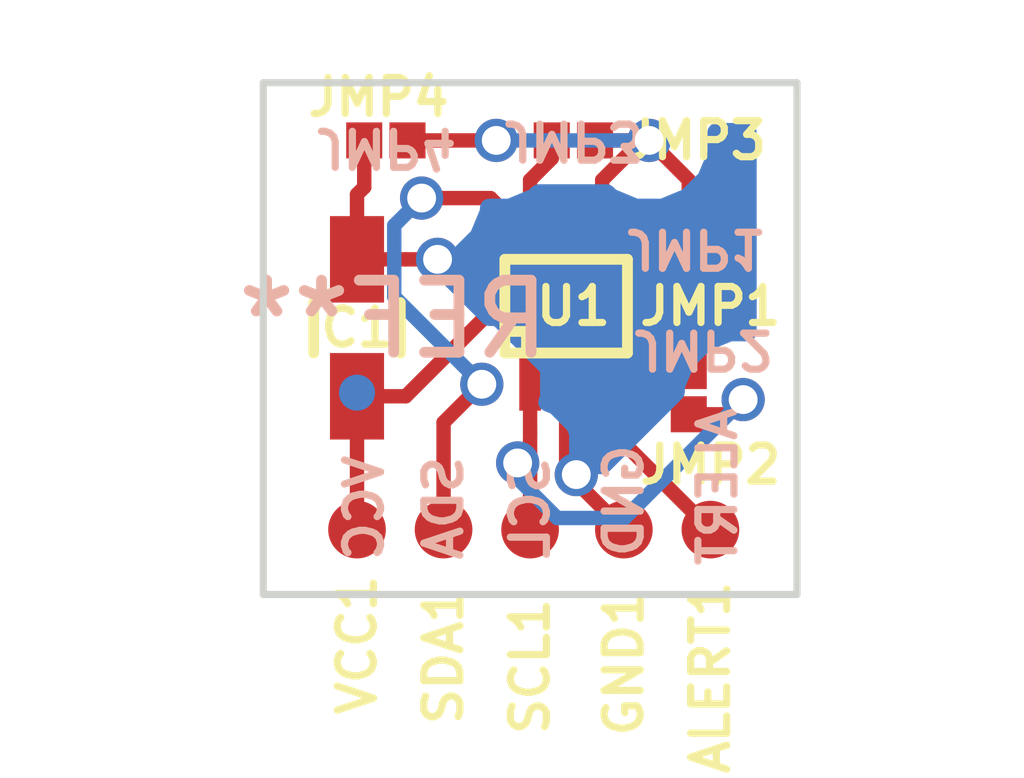
<source format=kicad_pcb>
(kicad_pcb (version 4) (host pcbnew 0.201507042246+5884~23~ubuntu14.04.1-product)

  (general
    (links 15)
    (no_connects 0)
    (area 141.586905 101.575 155.513096 112.821428)
    (thickness 1.6)
    (drawings 13)
    (tracks 67)
    (zones 0)
    (modules 12)
    (nets 7)
  )

  (page A4)
  (layers
    (0 F.Cu signal)
    (31 B.Cu signal)
    (32 B.Adhes user)
    (33 F.Adhes user)
    (34 B.Paste user)
    (35 F.Paste user)
    (36 B.SilkS user)
    (37 F.SilkS user)
    (38 B.Mask user)
    (39 F.Mask user)
    (40 Dwgs.User user)
    (41 Cmts.User user)
    (42 Eco1.User user)
    (43 Eco2.User user)
    (44 Edge.Cuts user)
    (45 Margin user)
    (46 B.CrtYd user)
    (47 F.CrtYd user)
    (48 B.Fab user)
    (49 F.Fab user)
  )

  (setup
    (last_trace_width 0.2)
    (trace_clearance 0.2)
    (zone_clearance 0.508)
    (zone_45_only no)
    (trace_min 0.2)
    (segment_width 0.2)
    (edge_width 0.1)
    (via_size 0.6)
    (via_drill 0.4)
    (via_min_size 0.4)
    (via_min_drill 0.3)
    (uvia_size 0.3)
    (uvia_drill 0.1)
    (uvias_allowed no)
    (uvia_min_size 0.2)
    (uvia_min_drill 0.1)
    (pcb_text_width 0.3)
    (pcb_text_size 1.5 1.5)
    (mod_edge_width 0.15)
    (mod_text_size 1 1)
    (mod_text_width 0.15)
    (pad_size 1.5 1.5)
    (pad_drill 0.6)
    (pad_to_mask_clearance 0)
    (aux_axis_origin 0 0)
    (visible_elements FFFEFF7F)
    (pcbplotparams
      (layerselection 0x010f0_80000001)
      (usegerberextensions true)
      (excludeedgelayer true)
      (linewidth 0.100000)
      (plotframeref false)
      (viasonmask false)
      (mode 1)
      (useauxorigin false)
      (hpglpennumber 1)
      (hpglpenspeed 20)
      (hpglpendiameter 15)
      (hpglpenoverlay 2)
      (psnegative false)
      (psa4output false)
      (plotreference true)
      (plotvalue true)
      (plotinvisibletext false)
      (padsonsilk false)
      (subtractmaskfromsilk false)
      (outputformat 1)
      (mirror false)
      (drillshape 0)
      (scaleselection 1)
      (outputdirectory plot/))
  )

  (net 0 "")
  (net 1 /VCC)
  (net 2 /ADD0)
  (net 3 GND)
  (net 4 /SCL)
  (net 5 /SDA)
  (net 6 /ALERT)

  (net_class Default "This is the default net class."
    (clearance 0.2)
    (trace_width 0.2)
    (via_dia 0.6)
    (via_drill 0.4)
    (uvia_dia 0.3)
    (uvia_drill 0.1)
    (add_net /ADD0)
    (add_net /ALERT)
    (add_net /SCL)
    (add_net /SDA)
    (add_net /VCC)
    (add_net GND)
  )

  (module kicad-footprints:SOT563 (layer F.Cu) (tedit 559CFDEF) (tstamp 559CEBD7)
    (at 149 106.1)
    (path /559D49BD)
    (fp_text reference U1 (at 0.1 0) (layer F.SilkS)
      (effects (font (size 0.5 0.5) (thickness 0.1)))
    )
    (fp_text value TMP102 (at 0 -2.54) (layer F.Fab)
      (effects (font (size 1 1) (thickness 0.15)))
    )
    (fp_line (start -0.85 0.35) (end -0.55 0.35) (layer F.SilkS) (width 0.15))
    (fp_line (start -0.55 0.35) (end -0.55 0.65) (layer F.SilkS) (width 0.15))
    (fp_line (start -0.85 -0.65) (end 0.85 -0.65) (layer F.SilkS) (width 0.15))
    (fp_line (start 0.85 -0.65) (end 0.85 0.65) (layer F.SilkS) (width 0.15))
    (fp_line (start 0.85 0.65) (end -0.8 0.65) (layer F.SilkS) (width 0.15))
    (fp_line (start -0.8 0.65) (end -0.85 0.65) (layer F.SilkS) (width 0.15))
    (fp_line (start -0.85 0.65) (end -0.85 -0.65) (layer F.SilkS) (width 0.15))
    (pad 1 smd rect (at -0.5 0.95) (size 0.3 1) (layers F.Cu F.Paste F.Mask)
      (net 4 /SCL))
    (pad 2 smd rect (at 0 0.95) (size 0.3 1) (layers F.Cu F.Paste F.Mask)
      (net 3 GND))
    (pad 3 smd rect (at 0.5 0.95) (size 0.3 1) (layers F.Cu F.Paste F.Mask)
      (net 6 /ALERT))
    (pad 4 smd rect (at 0.5 -0.95) (size 0.3 1) (layers F.Cu F.Paste F.Mask)
      (net 2 /ADD0))
    (pad 5 smd rect (at 0 -0.95) (size 0.3 1) (layers F.Cu F.Paste F.Mask)
      (net 1 /VCC))
    (pad 6 smd rect (at -0.5 -0.95) (size 0.3 1) (layers F.Cu F.Paste F.Mask)
      (net 5 /SDA))
  )

  (module Capacitors_SMD:C_0603_HandSoldering (layer F.Cu) (tedit 559D0AF6) (tstamp 559CFB05)
    (at 146.1 106.4 90)
    (descr "Capacitor SMD 0603, hand soldering")
    (tags "capacitor 0603")
    (path /559D5D68)
    (attr smd)
    (fp_text reference C1 (at 0 0 180) (layer F.SilkS)
      (effects (font (size 0.5 0.5) (thickness 0.1)))
    )
    (fp_text value C (at 0 1.9 90) (layer F.Fab)
      (effects (font (size 1 1) (thickness 0.15)))
    )
    (fp_line (start -1.85 -0.75) (end 1.85 -0.75) (layer F.CrtYd) (width 0.05))
    (fp_line (start -1.85 0.75) (end 1.85 0.75) (layer F.CrtYd) (width 0.05))
    (fp_line (start -1.85 -0.75) (end -1.85 0.75) (layer F.CrtYd) (width 0.05))
    (fp_line (start 1.85 -0.75) (end 1.85 0.75) (layer F.CrtYd) (width 0.05))
    (fp_line (start -0.35 -0.6) (end 0.35 -0.6) (layer F.SilkS) (width 0.15))
    (fp_line (start 0.35 0.6) (end -0.35 0.6) (layer F.SilkS) (width 0.15))
    (pad 1 smd rect (at -0.95 0 90) (size 1.2 0.75) (layers F.Cu F.Paste F.Mask)
      (net 1 /VCC))
    (pad 2 smd rect (at 0.95 0 90) (size 1.2 0.75) (layers F.Cu F.Paste F.Mask)
      (net 3 GND))
    (model Capacitors_SMD.3dshapes/C_0603_HandSoldering.wrl
      (at (xyz 0 0 0))
      (scale (xyz 1 1 1))
      (rotate (xyz 0 0 0))
    )
  )

  (module kicad-footprints:SOLDER_JUMPER (layer F.Cu) (tedit 559D0B49) (tstamp 559CFC73)
    (at 150.7 105.2 90)
    (path /559D4A6F)
    (fp_text reference JMP1 (at -0.9 0.3 180) (layer F.SilkS)
      (effects (font (size 0.5 0.5) (thickness 0.1)))
    )
    (fp_text value R (at 0.2 -1.1 90) (layer F.Fab)
      (effects (font (size 1 1) (thickness 0.15)))
    )
    (pad 1 smd rect (at -0.3 0 90) (size 0.5 0.5) (layers F.Cu F.Paste F.Mask)
      (net 1 /VCC) (clearance 0.05))
    (pad 2 smd rect (at 0.3 0 90) (size 0.5 0.5) (layers F.Cu F.Paste F.Mask)
      (net 2 /ADD0) (clearance 0.05))
  )

  (module kicad-footprints:SOLDER_JUMPER (layer F.Cu) (tedit 559D0B4E) (tstamp 559CFC79)
    (at 150.7 107.3 90)
    (path /559D4CF5)
    (fp_text reference JMP2 (at -1 0.3 180) (layer F.SilkS)
      (effects (font (size 0.5 0.5) (thickness 0.1)))
    )
    (fp_text value R (at 0.2 -1.1 90) (layer F.Fab)
      (effects (font (size 1 1) (thickness 0.15)))
    )
    (pad 1 smd rect (at -0.3 0 90) (size 0.5 0.5) (layers F.Cu F.Paste F.Mask)
      (net 4 /SCL) (clearance 0.05))
    (pad 2 smd rect (at 0.3 0 90) (size 0.5 0.5) (layers F.Cu F.Paste F.Mask)
      (net 2 /ADD0) (clearance 0.05))
  )

  (module kicad-footprints:SOLDER_JUMPER (layer F.Cu) (tedit 559CFD0F) (tstamp 559CFC7F)
    (at 149.1 103.8)
    (path /559D4D1D)
    (fp_text reference JMP3 (at 1.7 0) (layer F.SilkS)
      (effects (font (size 0.5 0.5) (thickness 0.1)))
    )
    (fp_text value R (at 0.2 -1.1) (layer F.Fab)
      (effects (font (size 1 1) (thickness 0.15)))
    )
    (pad 1 smd rect (at -0.3 0) (size 0.5 0.5) (layers F.Cu F.Paste F.Mask)
      (net 5 /SDA) (clearance 0.05))
    (pad 2 smd rect (at 0.3 0) (size 0.5 0.5) (layers F.Cu F.Paste F.Mask)
      (net 2 /ADD0) (clearance 0.05))
  )

  (module kicad-footprints:SOLDER_JUMPER (layer F.Cu) (tedit 559D0B3E) (tstamp 559CFC85)
    (at 146.5 103.8 180)
    (path /559D4AFC)
    (fp_text reference JMP4 (at 0.1 0.6 180) (layer F.SilkS)
      (effects (font (size 0.5 0.5) (thickness 0.1)))
    )
    (fp_text value R (at 0.2 -1.1 180) (layer F.Fab)
      (effects (font (size 1 1) (thickness 0.15)))
    )
    (pad 1 smd rect (at -0.3 0 180) (size 0.5 0.5) (layers F.Cu F.Paste F.Mask)
      (net 2 /ADD0) (clearance 0.05))
    (pad 2 smd rect (at 0.3 0 180) (size 0.5 0.5) (layers F.Cu F.Paste F.Mask)
      (net 3 GND) (clearance 0.05))
  )

  (module kicad-footprints:SMD_TP0.8mm (layer F.Cu) (tedit 559D0537) (tstamp 559D0589)
    (at 151 109.2)
    (path /559D5053)
    (fp_text reference ALERT1 (at 0 2.05 90) (layer F.SilkS)
      (effects (font (size 0.5 0.5) (thickness 0.1)))
    )
    (fp_text value TEST_POINT (at 0 -1.5) (layer F.Fab)
      (effects (font (size 1 1) (thickness 0.15)))
    )
    (pad 1 smd circle (at 0 0) (size 0.8 0.8) (layers F.Cu F.Paste F.Mask)
      (net 6 /ALERT))
  )

  (module kicad-footprints:SMD_TP0.8mm (layer F.Cu) (tedit 559D0540) (tstamp 559D058D)
    (at 149.8 109.2)
    (path /559D50FE)
    (fp_text reference GND1 (at 0 1.85 90) (layer F.SilkS)
      (effects (font (size 0.5 0.5) (thickness 0.1)))
    )
    (fp_text value TEST_POINT (at 0 -1.5) (layer F.Fab)
      (effects (font (size 1 1) (thickness 0.15)))
    )
    (pad 1 smd circle (at 0 0) (size 0.8 0.8) (layers F.Cu F.Paste F.Mask)
      (net 3 GND))
  )

  (module kicad-footprints:SMD_TP0.8mm (layer F.Cu) (tedit 559D053C) (tstamp 559D0591)
    (at 148.5 109.2)
    (path /559D4EBD)
    (fp_text reference SCL1 (at 0 1.9 90) (layer F.SilkS)
      (effects (font (size 0.5 0.5) (thickness 0.1)))
    )
    (fp_text value TEST_POINT (at 0 -1.5) (layer F.Fab)
      (effects (font (size 1 1) (thickness 0.15)))
    )
    (pad 1 smd circle (at 0 0) (size 0.8 0.8) (layers F.Cu F.Paste F.Mask)
      (net 4 /SCL))
  )

  (module kicad-footprints:SMD_TP0.8mm (layer F.Cu) (tedit 559D0543) (tstamp 559D0595)
    (at 147.3 109.2)
    (path /559D4E0A)
    (fp_text reference SDA1 (at 0 1.75 90) (layer F.SilkS)
      (effects (font (size 0.5 0.5) (thickness 0.1)))
    )
    (fp_text value TEST_POINT (at 0 -1.5) (layer F.Fab)
      (effects (font (size 1 1) (thickness 0.15)))
    )
    (pad 1 smd circle (at 0 0) (size 0.8 0.8) (layers F.Cu F.Paste F.Mask)
      (net 5 /SDA))
  )

  (module kicad-footprints:SMD_TP0.8mm (layer F.Cu) (tedit 559D04EB) (tstamp 559D0599)
    (at 146.1 109.2)
    (path /559D5094)
    (fp_text reference VCC1 (at 0 1.6 90) (layer F.SilkS)
      (effects (font (size 0.5 0.5) (thickness 0.1)))
    )
    (fp_text value TEST_POINT (at 0 -1.5) (layer F.Fab)
      (effects (font (size 1 1) (thickness 0.15)))
    )
    (pad 1 smd circle (at 0 0) (size 0.8 0.8) (layers F.Cu F.Paste F.Mask)
      (net 1 /VCC))
  )

  (module kicad-footprints:SMD_TP0.5mm (layer B.Cu) (tedit 559CE4F1) (tstamp 559D0F6D)
    (at 146.1 107.3)
    (fp_text reference REF** (at 0.508 -1.016) (layer B.SilkS)
      (effects (font (size 1 1) (thickness 0.15)) (justify mirror))
    )
    (fp_text value SMD_TP0.5mm (at 0.508 1.016) (layer B.Fab)
      (effects (font (size 1 1) (thickness 0.15)) (justify mirror))
    )
    (pad 1 smd circle (at 0 0) (size 0.5 0.5) (layers B.Cu B.Paste B.Mask))
  )

  (gr_text JMP2 (at 150.9 106.7 180) (layer B.SilkS)
    (effects (font (size 0.5 0.5) (thickness 0.1)) (justify mirror))
  )
  (gr_text JMP1 (at 150.8 105.3 180) (layer B.SilkS)
    (effects (font (size 0.5 0.5) (thickness 0.1)) (justify mirror))
  )
  (gr_text JMP3 (at 149.1 103.8 180) (layer B.SilkS)
    (effects (font (size 0.5 0.5) (thickness 0.1)) (justify mirror))
  )
  (gr_text JMP4 (at 146.5 103.9 180) (layer B.SilkS)
    (effects (font (size 0.5 0.5) (thickness 0.1)) (justify mirror))
  )
  (gr_text ALERT (at 151.1 108.6 90) (layer B.SilkS)
    (effects (font (size 0.5 0.5) (thickness 0.1)) (justify mirror))
  )
  (gr_text GND (at 149.8 108.8 90) (layer B.SilkS)
    (effects (font (size 0.5 0.5) (thickness 0.1)) (justify mirror))
  )
  (gr_text SCL (at 148.5 108.9 90) (layer B.SilkS)
    (effects (font (size 0.5 0.5) (thickness 0.1)) (justify mirror))
  )
  (gr_text SDA (at 147.3 108.9 90) (layer B.SilkS)
    (effects (font (size 0.5 0.5) (thickness 0.1)) (justify mirror))
  )
  (gr_text VCC (at 146.2 108.9 90) (layer B.SilkS)
    (effects (font (size 0.5 0.5) (thickness 0.1)) (justify mirror))
  )
  (gr_line (start 144.8 110.1) (end 144.8 103) (angle 90) (layer Edge.Cuts) (width 0.1))
  (gr_line (start 152.2 110.1) (end 144.8 110.1) (angle 90) (layer Edge.Cuts) (width 0.1))
  (gr_line (start 152.2 103) (end 152.2 110.1) (angle 90) (layer Edge.Cuts) (width 0.1))
  (gr_line (start 144.8 103) (end 152.2 103) (angle 90) (layer Edge.Cuts) (width 0.1))

  (segment (start 149 105.15) (end 149 105.9503) (width 0.2) (layer F.Cu) (net 1))
  (segment (start 146.1 109.2) (end 146.1 107.35) (width 0.2) (layer F.Cu) (net 1))
  (segment (start 148.175 105.9503) (end 149 105.9503) (width 0.2) (layer F.Cu) (net 1))
  (segment (start 146.7753 107.35) (end 148.175 105.9503) (width 0.2) (layer F.Cu) (net 1))
  (segment (start 146.1 107.35) (end 146.7753 107.35) (width 0.2) (layer F.Cu) (net 1))
  (segment (start 149.8121 105.9503) (end 149 105.9503) (width 0.2) (layer F.Cu) (net 1))
  (segment (start 150.1497 105.6127) (end 149.8121 105.9503) (width 0.2) (layer F.Cu) (net 1))
  (segment (start 150.1497 105.5) (end 150.1497 105.6127) (width 0.2) (layer F.Cu) (net 1))
  (segment (start 150.7 105.5) (end 150.1497 105.5) (width 0.2) (layer F.Cu) (net 1))
  (via (at 148.0306 103.8) (size 0.6) (layers F.Cu B.Cu) (net 2))
  (via (at 150.1506 103.8) (size 0.6) (layers F.Cu B.Cu) (net 2))
  (segment (start 146.8 103.8) (end 147.3503 103.8) (width 0.2) (layer F.Cu) (net 2))
  (segment (start 148.0306 103.8) (end 150.1506 103.8) (width 0.2) (layer B.Cu) (net 2))
  (segment (start 147.3503 103.8) (end 148.0306 103.8) (width 0.2) (layer F.Cu) (net 2))
  (segment (start 149.4 103.8) (end 149.9503 103.8) (width 0.2) (layer F.Cu) (net 2))
  (segment (start 151.2503 105.8994) (end 150.7 106.4497) (width 0.2) (layer F.Cu) (net 2))
  (segment (start 151.2503 104.9) (end 151.2503 105.8994) (width 0.2) (layer F.Cu) (net 2))
  (segment (start 150.7 104.9) (end 151.2503 104.9) (width 0.2) (layer F.Cu) (net 2))
  (segment (start 150.7 107) (end 150.7 106.4497) (width 0.2) (layer F.Cu) (net 2))
  (segment (start 150.7 104.9) (end 150.7 104.3497) (width 0.2) (layer F.Cu) (net 2))
  (segment (start 149.5 105.15) (end 149.5 104.3497) (width 0.2) (layer F.Cu) (net 2))
  (segment (start 149.9503 103.8994) (end 149.5 104.3497) (width 0.2) (layer F.Cu) (net 2))
  (segment (start 149.9503 103.8) (end 149.9503 103.8994) (width 0.2) (layer F.Cu) (net 2))
  (segment (start 149.9503 103.8) (end 150.1506 103.8) (width 0.2) (layer F.Cu) (net 2))
  (segment (start 150.1506 103.8003) (end 150.7 104.3497) (width 0.2) (layer F.Cu) (net 2))
  (segment (start 150.1506 103.8) (end 150.1506 103.8003) (width 0.2) (layer F.Cu) (net 2))
  (via (at 147.2167 105.45) (size 0.6) (layers F.Cu B.Cu) (net 3))
  (via (at 149.1405 108.4369) (size 0.6) (layers F.Cu B.Cu) (net 3))
  (segment (start 146.2 104.4497) (end 146.1 104.5497) (width 0.2) (layer F.Cu) (net 3))
  (segment (start 146.2 103.8) (end 146.2 104.4497) (width 0.2) (layer F.Cu) (net 3))
  (segment (start 146.1 104.9998) (end 146.1 104.5497) (width 0.2) (layer F.Cu) (net 3))
  (segment (start 149 108.2964) (end 149 107.05) (width 0.2) (layer F.Cu) (net 3))
  (segment (start 149.1405 108.4369) (end 149 108.2964) (width 0.2) (layer F.Cu) (net 3))
  (segment (start 149.1405 108.5405) (end 149.1405 108.4369) (width 0.2) (layer F.Cu) (net 3))
  (segment (start 149.8 109.2) (end 149.1405 108.5405) (width 0.2) (layer F.Cu) (net 3))
  (segment (start 146.1 104.9998) (end 146.1 105.45) (width 0.2) (layer F.Cu) (net 3))
  (segment (start 146.1 105.45) (end 146.7753 105.45) (width 0.2) (layer F.Cu) (net 3))
  (segment (start 149.1405 107.3738) (end 147.2167 105.45) (width 0.2) (layer B.Cu) (net 3))
  (segment (start 149.1405 108.4369) (end 149.1405 107.3738) (width 0.2) (layer B.Cu) (net 3))
  (segment (start 146.7753 105.45) (end 147.2167 105.45) (width 0.2) (layer F.Cu) (net 3))
  (via (at 148.3275 108.2751) (size 0.6) (layers F.Cu B.Cu) (net 4))
  (via (at 151.4542 107.3961) (size 0.6) (layers F.Cu B.Cu) (net 4))
  (segment (start 148.5 107.05) (end 148.5 107.8503) (width 0.2) (layer F.Cu) (net 4))
  (segment (start 148.5 107.8503) (end 148.5 108.2751) (width 0.2) (layer F.Cu) (net 4))
  (segment (start 148.5 108.2751) (end 148.5 109.2) (width 0.2) (layer F.Cu) (net 4))
  (segment (start 150.7 107.6) (end 151.2503 107.6) (width 0.2) (layer F.Cu) (net 4))
  (segment (start 151.4542 107.3961) (end 151.2503 107.6) (width 0.2) (layer F.Cu) (net 4))
  (segment (start 148.3275 108.4907) (end 148.3275 108.2751) (width 0.2) (layer B.Cu) (net 4))
  (segment (start 148.8761 109.0393) (end 148.3275 108.4907) (width 0.2) (layer B.Cu) (net 4))
  (segment (start 149.811 109.0393) (end 148.8761 109.0393) (width 0.2) (layer B.Cu) (net 4))
  (segment (start 151.4542 107.3961) (end 149.811 109.0393) (width 0.2) (layer B.Cu) (net 4))
  (segment (start 148.5 108.2751) (end 148.3275 108.2751) (width 0.2) (layer F.Cu) (net 4))
  (via (at 147.8303 107.1832) (size 0.6) (layers F.Cu B.Cu) (net 5))
  (via (at 146.996 104.6) (size 0.6) (layers F.Cu B.Cu) (net 5))
  (segment (start 148.8 104.0497) (end 148.5 104.3497) (width 0.2) (layer F.Cu) (net 5))
  (segment (start 148.8 103.8) (end 148.8 104.0497) (width 0.2) (layer F.Cu) (net 5))
  (segment (start 148.5 105.15) (end 148.5 104.3497) (width 0.2) (layer F.Cu) (net 5))
  (segment (start 147.3 107.7135) (end 147.8303 107.1832) (width 0.2) (layer F.Cu) (net 5))
  (segment (start 147.3 109.2) (end 147.3 107.7135) (width 0.2) (layer F.Cu) (net 5))
  (segment (start 146.6163 104.9797) (end 146.996 104.6) (width 0.2) (layer B.Cu) (net 5))
  (segment (start 146.6163 105.9692) (end 146.6163 104.9797) (width 0.2) (layer B.Cu) (net 5))
  (segment (start 147.8303 107.1832) (end 146.6163 105.9692) (width 0.2) (layer B.Cu) (net 5))
  (segment (start 147.95 104.6) (end 148.5 105.15) (width 0.2) (layer F.Cu) (net 5))
  (segment (start 146.996 104.6) (end 147.95 104.6) (width 0.2) (layer F.Cu) (net 5))
  (segment (start 149.6503 107.8503) (end 149.5 107.8503) (width 0.2) (layer F.Cu) (net 6))
  (segment (start 151 109.2) (end 149.6503 107.8503) (width 0.2) (layer F.Cu) (net 6))
  (segment (start 149.5 107.05) (end 149.5 107.8503) (width 0.2) (layer F.Cu) (net 6))

  (zone (net 1) (net_name /VCC) (layer F.Cu) (tstamp 559D0707) (hatch edge 0.508)
    (connect_pads (clearance 0.508))
    (min_thickness 0.254)
    (fill yes (arc_segments 16) (thermal_gap 0.508) (thermal_bridge_width 0.508))
    (polygon
      (pts
        (xy 151.9 109.9) (xy 145.1 109.9) (xy 145.1 103.3) (xy 151.9 103.3)
      )
    )
    (filled_polygon
      (pts
        (xy 146.265037 109.157147) (xy 146.264962 109.242928) (xy 146.114143 109.393748) (xy 146.1 109.379605) (xy 146.085858 109.393748)
        (xy 145.906253 109.214143) (xy 145.920395 109.2) (xy 145.906253 109.185858) (xy 146.085858 109.006253) (xy 146.1 109.020395)
        (xy 146.114143 109.006253) (xy 146.265037 109.157147)
      )
    )
    (filled_polygon
      (pts
        (xy 146.227 107.223) (xy 146.247 107.223) (xy 146.247 107.477) (xy 146.227 107.477) (xy 146.227 107.497)
        (xy 145.973 107.497) (xy 145.973 107.477) (xy 145.953 107.477) (xy 145.953 107.223) (xy 145.973 107.223)
        (xy 145.973 107.203) (xy 146.227 107.203) (xy 146.227 107.223)
      )
    )
  )
  (zone (net 3) (net_name GND) (layer B.Cu) (tstamp 559D0707) (hatch edge 0.508)
    (connect_pads (clearance 0.508))
    (min_thickness 0.254)
    (fill yes (arc_segments 16) (thermal_gap 0.508) (thermal_bridge_width 0.508))
    (polygon
      (pts
        (xy 151.9 109.9) (xy 145.1 109.9) (xy 145.1 103.3) (xy 151.9 103.3)
      )
    )
    (filled_polygon
      (pts
        (xy 151.515 106.461152) (xy 151.269033 106.460938) (xy 150.925257 106.602983) (xy 150.662008 106.865773) (xy 150.519362 107.209301)
        (xy 150.51929 107.291563) (xy 149.506554 108.3043) (xy 149.262475 108.3043) (xy 149.262662 108.089933) (xy 149.120617 107.746157)
        (xy 148.857827 107.482908) (xy 148.73878 107.433475) (xy 148.765138 107.369999) (xy 148.765462 106.998033) (xy 148.623417 106.654257)
        (xy 148.360627 106.391008) (xy 148.017099 106.248362) (xy 147.934837 106.24829) (xy 147.3513 105.664754) (xy 147.3513 105.464865)
        (xy 147.524943 105.393117) (xy 147.788192 105.130327) (xy 147.930838 104.786799) (xy 147.930883 104.734914) (xy 148.215767 104.735162)
        (xy 148.559543 104.593117) (xy 148.617762 104.535) (xy 149.563181 104.535) (xy 149.620273 104.592192) (xy 149.963801 104.734838)
        (xy 150.335767 104.735162) (xy 150.679543 104.593117) (xy 150.942792 104.330327) (xy 151.085438 103.986799) (xy 151.085701 103.685)
        (xy 151.515 103.685) (xy 151.515 106.461152)
      )
    )
  )
)

</source>
